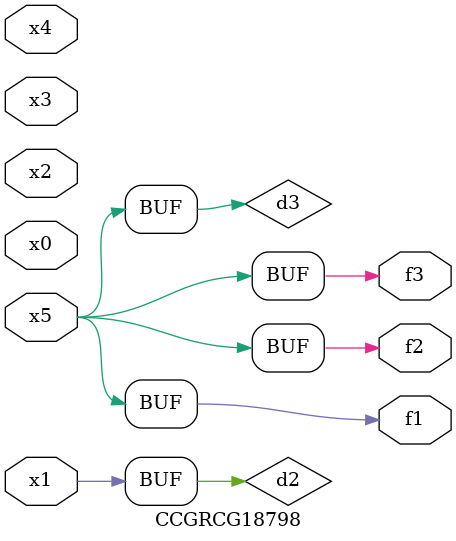
<source format=v>
module CCGRCG18798(
	input x0, x1, x2, x3, x4, x5,
	output f1, f2, f3
);

	wire d1, d2, d3;

	not (d1, x5);
	or (d2, x1);
	xnor (d3, d1);
	assign f1 = d3;
	assign f2 = d3;
	assign f3 = d3;
endmodule

</source>
